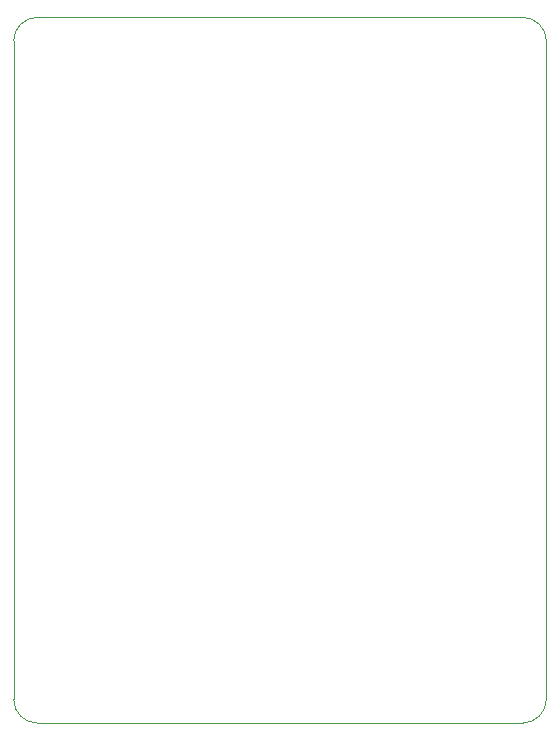
<source format=gm1>
G04 #@! TF.GenerationSoftware,KiCad,Pcbnew,9.0.6*
G04 #@! TF.CreationDate,2025-11-17T18:11:24+05:30*
G04 #@! TF.ProjectId,BloodHound_VENOM,426c6f6f-6448-46f7-956e-645f56454e4f,1*
G04 #@! TF.SameCoordinates,Original*
G04 #@! TF.FileFunction,Profile,NP*
%FSLAX46Y46*%
G04 Gerber Fmt 4.6, Leading zero omitted, Abs format (unit mm)*
G04 Created by KiCad (PCBNEW 9.0.6) date 2025-11-17 18:11:24*
%MOMM*%
%LPD*%
G01*
G04 APERTURE LIST*
G04 #@! TA.AperFunction,Profile*
%ADD10C,0.050000*%
G04 #@! TD*
G04 APERTURE END LIST*
D10*
X172700000Y-66500000D02*
G75*
G02*
X174700000Y-68500000I0J-2000000D01*
G01*
X174700000Y-124250000D02*
X174700000Y-68500000D01*
X129600000Y-68500000D02*
G75*
G02*
X131600000Y-66500000I2000000J0D01*
G01*
X131600000Y-66500000D02*
X172700000Y-66500000D01*
X172700000Y-126250000D02*
X131600000Y-126250000D01*
X131600000Y-126250000D02*
G75*
G02*
X129600000Y-124250000I0J2000000D01*
G01*
X174700000Y-124250000D02*
G75*
G02*
X172700000Y-126250000I-2000000J0D01*
G01*
X129600000Y-124250000D02*
X129600000Y-68500000D01*
M02*

</source>
